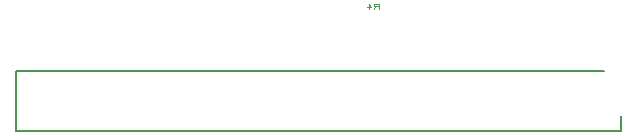
<source format=gbr>
G04 EasyPC Gerber Version 21.0.3 Build 4286 *
%FSLAX35Y35*%
%MOIN*%
%ADD10C,0.00100*%
%ADD13C,0.00787*%
X0Y0D02*
D02*
D10*
X150250Y50719D02*
Y52594D01*
X149156*
X148844Y52437*
X148687Y52125*
X148844Y51813*
X149156Y51656*
X150250*
X149156D02*
X148687Y50719D01*
X146969D02*
Y52594D01*
X147750Y51344*
X146500*
D02*
D13*
X230998Y15250D02*
Y10250D01*
X29502*
Y30250*
X225250*
X0Y0D02*
M02*

</source>
